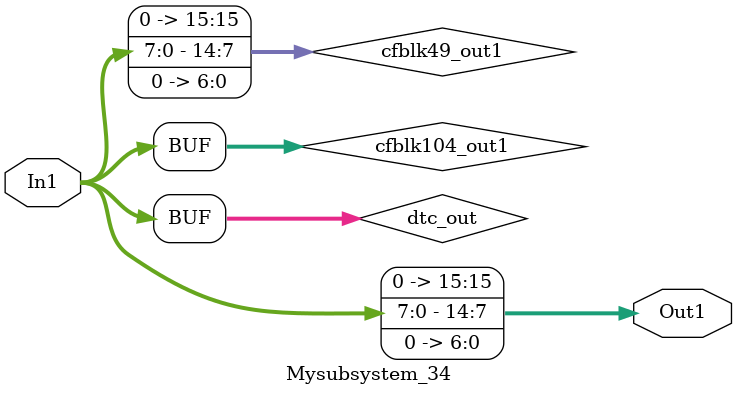
<source format=v>



`timescale 1 ns / 1 ns

module Mysubsystem_34
          (In1,
           Out1);


  input   [7:0] In1;  // uint8
  output  [15:0] Out1;  // ufix16_En7


  wire [7:0] dtc_out;  // ufix8
  wire [7:0] cfblk104_out1;  // uint8
  wire [15:0] cfblk49_out1;  // ufix16_En7


  assign dtc_out = In1;



  assign cfblk104_out1 = dtc_out;



  assign cfblk49_out1 = {1'b0, {cfblk104_out1, 7'b0000000}};



  assign Out1 = cfblk49_out1;

endmodule  // Mysubsystem_34


</source>
